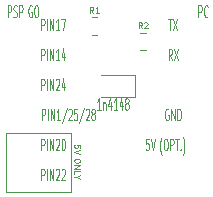
<source format=gbr>
%TF.GenerationSoftware,KiCad,Pcbnew,(7.0.0)*%
%TF.CreationDate,2023-08-25T15:33:25+02:00*%
%TF.ProjectId,PSP GO JIG_0805_Nano,50535020-474f-4204-9a49-475f30383035,rev?*%
%TF.SameCoordinates,Original*%
%TF.FileFunction,Legend,Top*%
%TF.FilePolarity,Positive*%
%FSLAX46Y46*%
G04 Gerber Fmt 4.6, Leading zero omitted, Abs format (unit mm)*
G04 Created by KiCad (PCBNEW (7.0.0)) date 2023-08-25 15:33:25*
%MOMM*%
%LPD*%
G01*
G04 APERTURE LIST*
%ADD10C,0.125000*%
%ADD11C,0.100000*%
%ADD12C,0.120000*%
G04 APERTURE END LIST*
D10*
X62573810Y-41007380D02*
X62573810Y-40007380D01*
X62573810Y-40007380D02*
X62764286Y-40007380D01*
X62764286Y-40007380D02*
X62811905Y-40055000D01*
X62811905Y-40055000D02*
X62835715Y-40102619D01*
X62835715Y-40102619D02*
X62859524Y-40197857D01*
X62859524Y-40197857D02*
X62859524Y-40340714D01*
X62859524Y-40340714D02*
X62835715Y-40435952D01*
X62835715Y-40435952D02*
X62811905Y-40483571D01*
X62811905Y-40483571D02*
X62764286Y-40531190D01*
X62764286Y-40531190D02*
X62573810Y-40531190D01*
X63073810Y-41007380D02*
X63073810Y-40007380D01*
X63311905Y-41007380D02*
X63311905Y-40007380D01*
X63311905Y-40007380D02*
X63597619Y-41007380D01*
X63597619Y-41007380D02*
X63597619Y-40007380D01*
X64097620Y-41007380D02*
X63811906Y-41007380D01*
X63954763Y-41007380D02*
X63954763Y-40007380D01*
X63954763Y-40007380D02*
X63907144Y-40150238D01*
X63907144Y-40150238D02*
X63859525Y-40245476D01*
X63859525Y-40245476D02*
X63811906Y-40293095D01*
X64669048Y-39959761D02*
X64240477Y-41245476D01*
X64811906Y-40102619D02*
X64835715Y-40055000D01*
X64835715Y-40055000D02*
X64883334Y-40007380D01*
X64883334Y-40007380D02*
X65002382Y-40007380D01*
X65002382Y-40007380D02*
X65050001Y-40055000D01*
X65050001Y-40055000D02*
X65073810Y-40102619D01*
X65073810Y-40102619D02*
X65097620Y-40197857D01*
X65097620Y-40197857D02*
X65097620Y-40293095D01*
X65097620Y-40293095D02*
X65073810Y-40435952D01*
X65073810Y-40435952D02*
X64788096Y-41007380D01*
X64788096Y-41007380D02*
X65097620Y-41007380D01*
X65550000Y-40007380D02*
X65311905Y-40007380D01*
X65311905Y-40007380D02*
X65288096Y-40483571D01*
X65288096Y-40483571D02*
X65311905Y-40435952D01*
X65311905Y-40435952D02*
X65359524Y-40388333D01*
X65359524Y-40388333D02*
X65478572Y-40388333D01*
X65478572Y-40388333D02*
X65526191Y-40435952D01*
X65526191Y-40435952D02*
X65550000Y-40483571D01*
X65550000Y-40483571D02*
X65573810Y-40578809D01*
X65573810Y-40578809D02*
X65573810Y-40816904D01*
X65573810Y-40816904D02*
X65550000Y-40912142D01*
X65550000Y-40912142D02*
X65526191Y-40959761D01*
X65526191Y-40959761D02*
X65478572Y-41007380D01*
X65478572Y-41007380D02*
X65359524Y-41007380D01*
X65359524Y-41007380D02*
X65311905Y-40959761D01*
X65311905Y-40959761D02*
X65288096Y-40912142D01*
X66145238Y-39959761D02*
X65716667Y-41245476D01*
X66288096Y-40102619D02*
X66311905Y-40055000D01*
X66311905Y-40055000D02*
X66359524Y-40007380D01*
X66359524Y-40007380D02*
X66478572Y-40007380D01*
X66478572Y-40007380D02*
X66526191Y-40055000D01*
X66526191Y-40055000D02*
X66550000Y-40102619D01*
X66550000Y-40102619D02*
X66573810Y-40197857D01*
X66573810Y-40197857D02*
X66573810Y-40293095D01*
X66573810Y-40293095D02*
X66550000Y-40435952D01*
X66550000Y-40435952D02*
X66264286Y-41007380D01*
X66264286Y-41007380D02*
X66573810Y-41007380D01*
X66859524Y-40435952D02*
X66811905Y-40388333D01*
X66811905Y-40388333D02*
X66788095Y-40340714D01*
X66788095Y-40340714D02*
X66764286Y-40245476D01*
X66764286Y-40245476D02*
X66764286Y-40197857D01*
X66764286Y-40197857D02*
X66788095Y-40102619D01*
X66788095Y-40102619D02*
X66811905Y-40055000D01*
X66811905Y-40055000D02*
X66859524Y-40007380D01*
X66859524Y-40007380D02*
X66954762Y-40007380D01*
X66954762Y-40007380D02*
X67002381Y-40055000D01*
X67002381Y-40055000D02*
X67026190Y-40102619D01*
X67026190Y-40102619D02*
X67050000Y-40197857D01*
X67050000Y-40197857D02*
X67050000Y-40245476D01*
X67050000Y-40245476D02*
X67026190Y-40340714D01*
X67026190Y-40340714D02*
X67002381Y-40388333D01*
X67002381Y-40388333D02*
X66954762Y-40435952D01*
X66954762Y-40435952D02*
X66859524Y-40435952D01*
X66859524Y-40435952D02*
X66811905Y-40483571D01*
X66811905Y-40483571D02*
X66788095Y-40531190D01*
X66788095Y-40531190D02*
X66764286Y-40626428D01*
X66764286Y-40626428D02*
X66764286Y-40816904D01*
X66764286Y-40816904D02*
X66788095Y-40912142D01*
X66788095Y-40912142D02*
X66811905Y-40959761D01*
X66811905Y-40959761D02*
X66859524Y-41007380D01*
X66859524Y-41007380D02*
X66954762Y-41007380D01*
X66954762Y-41007380D02*
X67002381Y-40959761D01*
X67002381Y-40959761D02*
X67026190Y-40912142D01*
X67026190Y-40912142D02*
X67050000Y-40816904D01*
X67050000Y-40816904D02*
X67050000Y-40626428D01*
X67050000Y-40626428D02*
X67026190Y-40531190D01*
X67026190Y-40531190D02*
X67002381Y-40483571D01*
X67002381Y-40483571D02*
X66954762Y-40435952D01*
D11*
X59500000Y-42040000D02*
X65000000Y-42040000D01*
X65000000Y-42040000D02*
X65000000Y-47040000D01*
X65000000Y-47040000D02*
X59500000Y-47040000D01*
X59500000Y-47040000D02*
X59500000Y-42040000D01*
D10*
X65816309Y-43314285D02*
X65816309Y-43076190D01*
X65816309Y-43076190D02*
X65578214Y-43052381D01*
X65578214Y-43052381D02*
X65602023Y-43076190D01*
X65602023Y-43076190D02*
X65625833Y-43123809D01*
X65625833Y-43123809D02*
X65625833Y-43242857D01*
X65625833Y-43242857D02*
X65602023Y-43290476D01*
X65602023Y-43290476D02*
X65578214Y-43314285D01*
X65578214Y-43314285D02*
X65530595Y-43338095D01*
X65530595Y-43338095D02*
X65411547Y-43338095D01*
X65411547Y-43338095D02*
X65363928Y-43314285D01*
X65363928Y-43314285D02*
X65340119Y-43290476D01*
X65340119Y-43290476D02*
X65316309Y-43242857D01*
X65316309Y-43242857D02*
X65316309Y-43123809D01*
X65316309Y-43123809D02*
X65340119Y-43076190D01*
X65340119Y-43076190D02*
X65363928Y-43052381D01*
X65816309Y-43480952D02*
X65316309Y-43647618D01*
X65316309Y-43647618D02*
X65816309Y-43814285D01*
X65816309Y-44376189D02*
X65816309Y-44471427D01*
X65816309Y-44471427D02*
X65792500Y-44519046D01*
X65792500Y-44519046D02*
X65744880Y-44566665D01*
X65744880Y-44566665D02*
X65649642Y-44590475D01*
X65649642Y-44590475D02*
X65482976Y-44590475D01*
X65482976Y-44590475D02*
X65387738Y-44566665D01*
X65387738Y-44566665D02*
X65340119Y-44519046D01*
X65340119Y-44519046D02*
X65316309Y-44471427D01*
X65316309Y-44471427D02*
X65316309Y-44376189D01*
X65316309Y-44376189D02*
X65340119Y-44328570D01*
X65340119Y-44328570D02*
X65387738Y-44280951D01*
X65387738Y-44280951D02*
X65482976Y-44257142D01*
X65482976Y-44257142D02*
X65649642Y-44257142D01*
X65649642Y-44257142D02*
X65744880Y-44280951D01*
X65744880Y-44280951D02*
X65792500Y-44328570D01*
X65792500Y-44328570D02*
X65816309Y-44376189D01*
X65316309Y-44804761D02*
X65816309Y-44804761D01*
X65816309Y-44804761D02*
X65316309Y-45090475D01*
X65316309Y-45090475D02*
X65816309Y-45090475D01*
X65316309Y-45566666D02*
X65316309Y-45328571D01*
X65316309Y-45328571D02*
X65816309Y-45328571D01*
X65554404Y-45828571D02*
X65316309Y-45828571D01*
X65816309Y-45661905D02*
X65554404Y-45828571D01*
X65554404Y-45828571D02*
X65816309Y-45995238D01*
X73279048Y-32387380D02*
X73564762Y-32387380D01*
X73421905Y-33387380D02*
X73421905Y-32387380D01*
X73683809Y-32387380D02*
X74017142Y-33387380D01*
X74017142Y-32387380D02*
X73683809Y-33387380D01*
X75819047Y-32267380D02*
X75819047Y-31267380D01*
X75819047Y-31267380D02*
X76009523Y-31267380D01*
X76009523Y-31267380D02*
X76057142Y-31315000D01*
X76057142Y-31315000D02*
X76080952Y-31362619D01*
X76080952Y-31362619D02*
X76104761Y-31457857D01*
X76104761Y-31457857D02*
X76104761Y-31600714D01*
X76104761Y-31600714D02*
X76080952Y-31695952D01*
X76080952Y-31695952D02*
X76057142Y-31743571D01*
X76057142Y-31743571D02*
X76009523Y-31791190D01*
X76009523Y-31791190D02*
X75819047Y-31791190D01*
X76604761Y-32172142D02*
X76580952Y-32219761D01*
X76580952Y-32219761D02*
X76509523Y-32267380D01*
X76509523Y-32267380D02*
X76461904Y-32267380D01*
X76461904Y-32267380D02*
X76390476Y-32219761D01*
X76390476Y-32219761D02*
X76342857Y-32124523D01*
X76342857Y-32124523D02*
X76319047Y-32029285D01*
X76319047Y-32029285D02*
X76295238Y-31838809D01*
X76295238Y-31838809D02*
X76295238Y-31695952D01*
X76295238Y-31695952D02*
X76319047Y-31505476D01*
X76319047Y-31505476D02*
X76342857Y-31410238D01*
X76342857Y-31410238D02*
X76390476Y-31315000D01*
X76390476Y-31315000D02*
X76461904Y-31267380D01*
X76461904Y-31267380D02*
X76509523Y-31267380D01*
X76509523Y-31267380D02*
X76580952Y-31315000D01*
X76580952Y-31315000D02*
X76604761Y-31362619D01*
X62511905Y-35927380D02*
X62511905Y-34927380D01*
X62511905Y-34927380D02*
X62702381Y-34927380D01*
X62702381Y-34927380D02*
X62750000Y-34975000D01*
X62750000Y-34975000D02*
X62773810Y-35022619D01*
X62773810Y-35022619D02*
X62797619Y-35117857D01*
X62797619Y-35117857D02*
X62797619Y-35260714D01*
X62797619Y-35260714D02*
X62773810Y-35355952D01*
X62773810Y-35355952D02*
X62750000Y-35403571D01*
X62750000Y-35403571D02*
X62702381Y-35451190D01*
X62702381Y-35451190D02*
X62511905Y-35451190D01*
X63011905Y-35927380D02*
X63011905Y-34927380D01*
X63250000Y-35927380D02*
X63250000Y-34927380D01*
X63250000Y-34927380D02*
X63535714Y-35927380D01*
X63535714Y-35927380D02*
X63535714Y-34927380D01*
X64035715Y-35927380D02*
X63750001Y-35927380D01*
X63892858Y-35927380D02*
X63892858Y-34927380D01*
X63892858Y-34927380D02*
X63845239Y-35070238D01*
X63845239Y-35070238D02*
X63797620Y-35165476D01*
X63797620Y-35165476D02*
X63750001Y-35213095D01*
X64464286Y-35260714D02*
X64464286Y-35927380D01*
X64345238Y-34879761D02*
X64226191Y-35594047D01*
X64226191Y-35594047D02*
X64535714Y-35594047D01*
X59679047Y-32267380D02*
X59679047Y-31267380D01*
X59679047Y-31267380D02*
X59869523Y-31267380D01*
X59869523Y-31267380D02*
X59917142Y-31315000D01*
X59917142Y-31315000D02*
X59940952Y-31362619D01*
X59940952Y-31362619D02*
X59964761Y-31457857D01*
X59964761Y-31457857D02*
X59964761Y-31600714D01*
X59964761Y-31600714D02*
X59940952Y-31695952D01*
X59940952Y-31695952D02*
X59917142Y-31743571D01*
X59917142Y-31743571D02*
X59869523Y-31791190D01*
X59869523Y-31791190D02*
X59679047Y-31791190D01*
X60155238Y-32219761D02*
X60226666Y-32267380D01*
X60226666Y-32267380D02*
X60345714Y-32267380D01*
X60345714Y-32267380D02*
X60393333Y-32219761D01*
X60393333Y-32219761D02*
X60417142Y-32172142D01*
X60417142Y-32172142D02*
X60440952Y-32076904D01*
X60440952Y-32076904D02*
X60440952Y-31981666D01*
X60440952Y-31981666D02*
X60417142Y-31886428D01*
X60417142Y-31886428D02*
X60393333Y-31838809D01*
X60393333Y-31838809D02*
X60345714Y-31791190D01*
X60345714Y-31791190D02*
X60250476Y-31743571D01*
X60250476Y-31743571D02*
X60202857Y-31695952D01*
X60202857Y-31695952D02*
X60179047Y-31648333D01*
X60179047Y-31648333D02*
X60155238Y-31553095D01*
X60155238Y-31553095D02*
X60155238Y-31457857D01*
X60155238Y-31457857D02*
X60179047Y-31362619D01*
X60179047Y-31362619D02*
X60202857Y-31315000D01*
X60202857Y-31315000D02*
X60250476Y-31267380D01*
X60250476Y-31267380D02*
X60369523Y-31267380D01*
X60369523Y-31267380D02*
X60440952Y-31315000D01*
X60655237Y-32267380D02*
X60655237Y-31267380D01*
X60655237Y-31267380D02*
X60845713Y-31267380D01*
X60845713Y-31267380D02*
X60893332Y-31315000D01*
X60893332Y-31315000D02*
X60917142Y-31362619D01*
X60917142Y-31362619D02*
X60940951Y-31457857D01*
X60940951Y-31457857D02*
X60940951Y-31600714D01*
X60940951Y-31600714D02*
X60917142Y-31695952D01*
X60917142Y-31695952D02*
X60893332Y-31743571D01*
X60893332Y-31743571D02*
X60845713Y-31791190D01*
X60845713Y-31791190D02*
X60655237Y-31791190D01*
X61717142Y-31315000D02*
X61669523Y-31267380D01*
X61669523Y-31267380D02*
X61598094Y-31267380D01*
X61598094Y-31267380D02*
X61526666Y-31315000D01*
X61526666Y-31315000D02*
X61479047Y-31410238D01*
X61479047Y-31410238D02*
X61455237Y-31505476D01*
X61455237Y-31505476D02*
X61431428Y-31695952D01*
X61431428Y-31695952D02*
X61431428Y-31838809D01*
X61431428Y-31838809D02*
X61455237Y-32029285D01*
X61455237Y-32029285D02*
X61479047Y-32124523D01*
X61479047Y-32124523D02*
X61526666Y-32219761D01*
X61526666Y-32219761D02*
X61598094Y-32267380D01*
X61598094Y-32267380D02*
X61645713Y-32267380D01*
X61645713Y-32267380D02*
X61717142Y-32219761D01*
X61717142Y-32219761D02*
X61740951Y-32172142D01*
X61740951Y-32172142D02*
X61740951Y-31838809D01*
X61740951Y-31838809D02*
X61645713Y-31838809D01*
X62050475Y-31267380D02*
X62145713Y-31267380D01*
X62145713Y-31267380D02*
X62193332Y-31315000D01*
X62193332Y-31315000D02*
X62240951Y-31410238D01*
X62240951Y-31410238D02*
X62264761Y-31600714D01*
X62264761Y-31600714D02*
X62264761Y-31934047D01*
X62264761Y-31934047D02*
X62240951Y-32124523D01*
X62240951Y-32124523D02*
X62193332Y-32219761D01*
X62193332Y-32219761D02*
X62145713Y-32267380D01*
X62145713Y-32267380D02*
X62050475Y-32267380D01*
X62050475Y-32267380D02*
X62002856Y-32219761D01*
X62002856Y-32219761D02*
X61955237Y-32124523D01*
X61955237Y-32124523D02*
X61931428Y-31934047D01*
X61931428Y-31934047D02*
X61931428Y-31600714D01*
X61931428Y-31600714D02*
X61955237Y-31410238D01*
X61955237Y-31410238D02*
X62002856Y-31315000D01*
X62002856Y-31315000D02*
X62050475Y-31267380D01*
X71600000Y-42547380D02*
X71361905Y-42547380D01*
X71361905Y-42547380D02*
X71338096Y-43023571D01*
X71338096Y-43023571D02*
X71361905Y-42975952D01*
X71361905Y-42975952D02*
X71409524Y-42928333D01*
X71409524Y-42928333D02*
X71528572Y-42928333D01*
X71528572Y-42928333D02*
X71576191Y-42975952D01*
X71576191Y-42975952D02*
X71600000Y-43023571D01*
X71600000Y-43023571D02*
X71623810Y-43118809D01*
X71623810Y-43118809D02*
X71623810Y-43356904D01*
X71623810Y-43356904D02*
X71600000Y-43452142D01*
X71600000Y-43452142D02*
X71576191Y-43499761D01*
X71576191Y-43499761D02*
X71528572Y-43547380D01*
X71528572Y-43547380D02*
X71409524Y-43547380D01*
X71409524Y-43547380D02*
X71361905Y-43499761D01*
X71361905Y-43499761D02*
X71338096Y-43452142D01*
X71766667Y-42547380D02*
X71933333Y-43547380D01*
X71933333Y-43547380D02*
X72100000Y-42547380D01*
X72709523Y-43928333D02*
X72685714Y-43880714D01*
X72685714Y-43880714D02*
X72638095Y-43737857D01*
X72638095Y-43737857D02*
X72614285Y-43642619D01*
X72614285Y-43642619D02*
X72590476Y-43499761D01*
X72590476Y-43499761D02*
X72566666Y-43261666D01*
X72566666Y-43261666D02*
X72566666Y-43071190D01*
X72566666Y-43071190D02*
X72590476Y-42833095D01*
X72590476Y-42833095D02*
X72614285Y-42690238D01*
X72614285Y-42690238D02*
X72638095Y-42595000D01*
X72638095Y-42595000D02*
X72685714Y-42452142D01*
X72685714Y-42452142D02*
X72709523Y-42404523D01*
X72995237Y-42547380D02*
X73090475Y-42547380D01*
X73090475Y-42547380D02*
X73138094Y-42595000D01*
X73138094Y-42595000D02*
X73185713Y-42690238D01*
X73185713Y-42690238D02*
X73209523Y-42880714D01*
X73209523Y-42880714D02*
X73209523Y-43214047D01*
X73209523Y-43214047D02*
X73185713Y-43404523D01*
X73185713Y-43404523D02*
X73138094Y-43499761D01*
X73138094Y-43499761D02*
X73090475Y-43547380D01*
X73090475Y-43547380D02*
X72995237Y-43547380D01*
X72995237Y-43547380D02*
X72947618Y-43499761D01*
X72947618Y-43499761D02*
X72899999Y-43404523D01*
X72899999Y-43404523D02*
X72876190Y-43214047D01*
X72876190Y-43214047D02*
X72876190Y-42880714D01*
X72876190Y-42880714D02*
X72899999Y-42690238D01*
X72899999Y-42690238D02*
X72947618Y-42595000D01*
X72947618Y-42595000D02*
X72995237Y-42547380D01*
X73423809Y-43547380D02*
X73423809Y-42547380D01*
X73423809Y-42547380D02*
X73614285Y-42547380D01*
X73614285Y-42547380D02*
X73661904Y-42595000D01*
X73661904Y-42595000D02*
X73685714Y-42642619D01*
X73685714Y-42642619D02*
X73709523Y-42737857D01*
X73709523Y-42737857D02*
X73709523Y-42880714D01*
X73709523Y-42880714D02*
X73685714Y-42975952D01*
X73685714Y-42975952D02*
X73661904Y-43023571D01*
X73661904Y-43023571D02*
X73614285Y-43071190D01*
X73614285Y-43071190D02*
X73423809Y-43071190D01*
X73852381Y-42547380D02*
X74138095Y-42547380D01*
X73995238Y-43547380D02*
X73995238Y-42547380D01*
X74304761Y-43452142D02*
X74328571Y-43499761D01*
X74328571Y-43499761D02*
X74304761Y-43547380D01*
X74304761Y-43547380D02*
X74280952Y-43499761D01*
X74280952Y-43499761D02*
X74304761Y-43452142D01*
X74304761Y-43452142D02*
X74304761Y-43547380D01*
X74495237Y-43928333D02*
X74519047Y-43880714D01*
X74519047Y-43880714D02*
X74566666Y-43737857D01*
X74566666Y-43737857D02*
X74590475Y-43642619D01*
X74590475Y-43642619D02*
X74614285Y-43499761D01*
X74614285Y-43499761D02*
X74638094Y-43261666D01*
X74638094Y-43261666D02*
X74638094Y-43071190D01*
X74638094Y-43071190D02*
X74614285Y-42833095D01*
X74614285Y-42833095D02*
X74590475Y-42690238D01*
X74590475Y-42690238D02*
X74566666Y-42595000D01*
X74566666Y-42595000D02*
X74519047Y-42452142D01*
X74519047Y-42452142D02*
X74495237Y-42404523D01*
X73576666Y-35927380D02*
X73410000Y-35451190D01*
X73290952Y-35927380D02*
X73290952Y-34927380D01*
X73290952Y-34927380D02*
X73481428Y-34927380D01*
X73481428Y-34927380D02*
X73529047Y-34975000D01*
X73529047Y-34975000D02*
X73552857Y-35022619D01*
X73552857Y-35022619D02*
X73576666Y-35117857D01*
X73576666Y-35117857D02*
X73576666Y-35260714D01*
X73576666Y-35260714D02*
X73552857Y-35355952D01*
X73552857Y-35355952D02*
X73529047Y-35403571D01*
X73529047Y-35403571D02*
X73481428Y-35451190D01*
X73481428Y-35451190D02*
X73290952Y-35451190D01*
X73743333Y-34927380D02*
X74076666Y-35927380D01*
X74076666Y-34927380D02*
X73743333Y-35927380D01*
X71036666Y-33203690D02*
X70870000Y-32965595D01*
X70750952Y-33203690D02*
X70750952Y-32703690D01*
X70750952Y-32703690D02*
X70941428Y-32703690D01*
X70941428Y-32703690D02*
X70989047Y-32727500D01*
X70989047Y-32727500D02*
X71012857Y-32751309D01*
X71012857Y-32751309D02*
X71036666Y-32798928D01*
X71036666Y-32798928D02*
X71036666Y-32870357D01*
X71036666Y-32870357D02*
X71012857Y-32917976D01*
X71012857Y-32917976D02*
X70989047Y-32941785D01*
X70989047Y-32941785D02*
X70941428Y-32965595D01*
X70941428Y-32965595D02*
X70750952Y-32965595D01*
X71227143Y-32751309D02*
X71250952Y-32727500D01*
X71250952Y-32727500D02*
X71298571Y-32703690D01*
X71298571Y-32703690D02*
X71417619Y-32703690D01*
X71417619Y-32703690D02*
X71465238Y-32727500D01*
X71465238Y-32727500D02*
X71489047Y-32751309D01*
X71489047Y-32751309D02*
X71512857Y-32798928D01*
X71512857Y-32798928D02*
X71512857Y-32846547D01*
X71512857Y-32846547D02*
X71489047Y-32917976D01*
X71489047Y-32917976D02*
X71203333Y-33203690D01*
X71203333Y-33203690D02*
X71512857Y-33203690D01*
X62511905Y-33387380D02*
X62511905Y-32387380D01*
X62511905Y-32387380D02*
X62702381Y-32387380D01*
X62702381Y-32387380D02*
X62750000Y-32435000D01*
X62750000Y-32435000D02*
X62773810Y-32482619D01*
X62773810Y-32482619D02*
X62797619Y-32577857D01*
X62797619Y-32577857D02*
X62797619Y-32720714D01*
X62797619Y-32720714D02*
X62773810Y-32815952D01*
X62773810Y-32815952D02*
X62750000Y-32863571D01*
X62750000Y-32863571D02*
X62702381Y-32911190D01*
X62702381Y-32911190D02*
X62511905Y-32911190D01*
X63011905Y-33387380D02*
X63011905Y-32387380D01*
X63250000Y-33387380D02*
X63250000Y-32387380D01*
X63250000Y-32387380D02*
X63535714Y-33387380D01*
X63535714Y-33387380D02*
X63535714Y-32387380D01*
X64035715Y-33387380D02*
X63750001Y-33387380D01*
X63892858Y-33387380D02*
X63892858Y-32387380D01*
X63892858Y-32387380D02*
X63845239Y-32530238D01*
X63845239Y-32530238D02*
X63797620Y-32625476D01*
X63797620Y-32625476D02*
X63750001Y-32673095D01*
X64202381Y-32387380D02*
X64535714Y-32387380D01*
X64535714Y-32387380D02*
X64321429Y-33387380D01*
X73279047Y-40055000D02*
X73231428Y-40007380D01*
X73231428Y-40007380D02*
X73159999Y-40007380D01*
X73159999Y-40007380D02*
X73088571Y-40055000D01*
X73088571Y-40055000D02*
X73040952Y-40150238D01*
X73040952Y-40150238D02*
X73017142Y-40245476D01*
X73017142Y-40245476D02*
X72993333Y-40435952D01*
X72993333Y-40435952D02*
X72993333Y-40578809D01*
X72993333Y-40578809D02*
X73017142Y-40769285D01*
X73017142Y-40769285D02*
X73040952Y-40864523D01*
X73040952Y-40864523D02*
X73088571Y-40959761D01*
X73088571Y-40959761D02*
X73159999Y-41007380D01*
X73159999Y-41007380D02*
X73207618Y-41007380D01*
X73207618Y-41007380D02*
X73279047Y-40959761D01*
X73279047Y-40959761D02*
X73302856Y-40912142D01*
X73302856Y-40912142D02*
X73302856Y-40578809D01*
X73302856Y-40578809D02*
X73207618Y-40578809D01*
X73517142Y-41007380D02*
X73517142Y-40007380D01*
X73517142Y-40007380D02*
X73802856Y-41007380D01*
X73802856Y-41007380D02*
X73802856Y-40007380D01*
X74040952Y-41007380D02*
X74040952Y-40007380D01*
X74040952Y-40007380D02*
X74160000Y-40007380D01*
X74160000Y-40007380D02*
X74231428Y-40055000D01*
X74231428Y-40055000D02*
X74279047Y-40150238D01*
X74279047Y-40150238D02*
X74302857Y-40245476D01*
X74302857Y-40245476D02*
X74326666Y-40435952D01*
X74326666Y-40435952D02*
X74326666Y-40578809D01*
X74326666Y-40578809D02*
X74302857Y-40769285D01*
X74302857Y-40769285D02*
X74279047Y-40864523D01*
X74279047Y-40864523D02*
X74231428Y-40959761D01*
X74231428Y-40959761D02*
X74160000Y-41007380D01*
X74160000Y-41007380D02*
X74040952Y-41007380D01*
X66916666Y-31883690D02*
X66750000Y-31645595D01*
X66630952Y-31883690D02*
X66630952Y-31383690D01*
X66630952Y-31383690D02*
X66821428Y-31383690D01*
X66821428Y-31383690D02*
X66869047Y-31407500D01*
X66869047Y-31407500D02*
X66892857Y-31431309D01*
X66892857Y-31431309D02*
X66916666Y-31478928D01*
X66916666Y-31478928D02*
X66916666Y-31550357D01*
X66916666Y-31550357D02*
X66892857Y-31597976D01*
X66892857Y-31597976D02*
X66869047Y-31621785D01*
X66869047Y-31621785D02*
X66821428Y-31645595D01*
X66821428Y-31645595D02*
X66630952Y-31645595D01*
X67392857Y-31883690D02*
X67107143Y-31883690D01*
X67250000Y-31883690D02*
X67250000Y-31383690D01*
X67250000Y-31383690D02*
X67202381Y-31455119D01*
X67202381Y-31455119D02*
X67154762Y-31502738D01*
X67154762Y-31502738D02*
X67107143Y-31526547D01*
X62511905Y-38467380D02*
X62511905Y-37467380D01*
X62511905Y-37467380D02*
X62702381Y-37467380D01*
X62702381Y-37467380D02*
X62750000Y-37515000D01*
X62750000Y-37515000D02*
X62773810Y-37562619D01*
X62773810Y-37562619D02*
X62797619Y-37657857D01*
X62797619Y-37657857D02*
X62797619Y-37800714D01*
X62797619Y-37800714D02*
X62773810Y-37895952D01*
X62773810Y-37895952D02*
X62750000Y-37943571D01*
X62750000Y-37943571D02*
X62702381Y-37991190D01*
X62702381Y-37991190D02*
X62511905Y-37991190D01*
X63011905Y-38467380D02*
X63011905Y-37467380D01*
X63250000Y-38467380D02*
X63250000Y-37467380D01*
X63250000Y-37467380D02*
X63535714Y-38467380D01*
X63535714Y-38467380D02*
X63535714Y-37467380D01*
X63750001Y-37562619D02*
X63773810Y-37515000D01*
X63773810Y-37515000D02*
X63821429Y-37467380D01*
X63821429Y-37467380D02*
X63940477Y-37467380D01*
X63940477Y-37467380D02*
X63988096Y-37515000D01*
X63988096Y-37515000D02*
X64011905Y-37562619D01*
X64011905Y-37562619D02*
X64035715Y-37657857D01*
X64035715Y-37657857D02*
X64035715Y-37753095D01*
X64035715Y-37753095D02*
X64011905Y-37895952D01*
X64011905Y-37895952D02*
X63726191Y-38467380D01*
X63726191Y-38467380D02*
X64035715Y-38467380D01*
X64464286Y-37800714D02*
X64464286Y-38467380D01*
X64345238Y-37419761D02*
X64226191Y-38134047D01*
X64226191Y-38134047D02*
X64535714Y-38134047D01*
X62511905Y-46087380D02*
X62511905Y-45087380D01*
X62511905Y-45087380D02*
X62702381Y-45087380D01*
X62702381Y-45087380D02*
X62750000Y-45135000D01*
X62750000Y-45135000D02*
X62773810Y-45182619D01*
X62773810Y-45182619D02*
X62797619Y-45277857D01*
X62797619Y-45277857D02*
X62797619Y-45420714D01*
X62797619Y-45420714D02*
X62773810Y-45515952D01*
X62773810Y-45515952D02*
X62750000Y-45563571D01*
X62750000Y-45563571D02*
X62702381Y-45611190D01*
X62702381Y-45611190D02*
X62511905Y-45611190D01*
X63011905Y-46087380D02*
X63011905Y-45087380D01*
X63250000Y-46087380D02*
X63250000Y-45087380D01*
X63250000Y-45087380D02*
X63535714Y-46087380D01*
X63535714Y-46087380D02*
X63535714Y-45087380D01*
X63750001Y-45182619D02*
X63773810Y-45135000D01*
X63773810Y-45135000D02*
X63821429Y-45087380D01*
X63821429Y-45087380D02*
X63940477Y-45087380D01*
X63940477Y-45087380D02*
X63988096Y-45135000D01*
X63988096Y-45135000D02*
X64011905Y-45182619D01*
X64011905Y-45182619D02*
X64035715Y-45277857D01*
X64035715Y-45277857D02*
X64035715Y-45373095D01*
X64035715Y-45373095D02*
X64011905Y-45515952D01*
X64011905Y-45515952D02*
X63726191Y-46087380D01*
X63726191Y-46087380D02*
X64035715Y-46087380D01*
X64226191Y-45182619D02*
X64250000Y-45135000D01*
X64250000Y-45135000D02*
X64297619Y-45087380D01*
X64297619Y-45087380D02*
X64416667Y-45087380D01*
X64416667Y-45087380D02*
X64464286Y-45135000D01*
X64464286Y-45135000D02*
X64488095Y-45182619D01*
X64488095Y-45182619D02*
X64511905Y-45277857D01*
X64511905Y-45277857D02*
X64511905Y-45373095D01*
X64511905Y-45373095D02*
X64488095Y-45515952D01*
X64488095Y-45515952D02*
X64202381Y-46087380D01*
X64202381Y-46087380D02*
X64511905Y-46087380D01*
X62511905Y-43547380D02*
X62511905Y-42547380D01*
X62511905Y-42547380D02*
X62702381Y-42547380D01*
X62702381Y-42547380D02*
X62750000Y-42595000D01*
X62750000Y-42595000D02*
X62773810Y-42642619D01*
X62773810Y-42642619D02*
X62797619Y-42737857D01*
X62797619Y-42737857D02*
X62797619Y-42880714D01*
X62797619Y-42880714D02*
X62773810Y-42975952D01*
X62773810Y-42975952D02*
X62750000Y-43023571D01*
X62750000Y-43023571D02*
X62702381Y-43071190D01*
X62702381Y-43071190D02*
X62511905Y-43071190D01*
X63011905Y-43547380D02*
X63011905Y-42547380D01*
X63250000Y-43547380D02*
X63250000Y-42547380D01*
X63250000Y-42547380D02*
X63535714Y-43547380D01*
X63535714Y-43547380D02*
X63535714Y-42547380D01*
X63750001Y-42642619D02*
X63773810Y-42595000D01*
X63773810Y-42595000D02*
X63821429Y-42547380D01*
X63821429Y-42547380D02*
X63940477Y-42547380D01*
X63940477Y-42547380D02*
X63988096Y-42595000D01*
X63988096Y-42595000D02*
X64011905Y-42642619D01*
X64011905Y-42642619D02*
X64035715Y-42737857D01*
X64035715Y-42737857D02*
X64035715Y-42833095D01*
X64035715Y-42833095D02*
X64011905Y-42975952D01*
X64011905Y-42975952D02*
X63726191Y-43547380D01*
X63726191Y-43547380D02*
X64035715Y-43547380D01*
X64345238Y-42547380D02*
X64392857Y-42547380D01*
X64392857Y-42547380D02*
X64440476Y-42595000D01*
X64440476Y-42595000D02*
X64464286Y-42642619D01*
X64464286Y-42642619D02*
X64488095Y-42737857D01*
X64488095Y-42737857D02*
X64511905Y-42928333D01*
X64511905Y-42928333D02*
X64511905Y-43166428D01*
X64511905Y-43166428D02*
X64488095Y-43356904D01*
X64488095Y-43356904D02*
X64464286Y-43452142D01*
X64464286Y-43452142D02*
X64440476Y-43499761D01*
X64440476Y-43499761D02*
X64392857Y-43547380D01*
X64392857Y-43547380D02*
X64345238Y-43547380D01*
X64345238Y-43547380D02*
X64297619Y-43499761D01*
X64297619Y-43499761D02*
X64273810Y-43452142D01*
X64273810Y-43452142D02*
X64250000Y-43356904D01*
X64250000Y-43356904D02*
X64226191Y-43166428D01*
X64226191Y-43166428D02*
X64226191Y-42928333D01*
X64226191Y-42928333D02*
X64250000Y-42737857D01*
X64250000Y-42737857D02*
X64273810Y-42642619D01*
X64273810Y-42642619D02*
X64297619Y-42595000D01*
X64297619Y-42595000D02*
X64345238Y-42547380D01*
%TO.C,1n4148*%
X67544287Y-40117380D02*
X67258573Y-40117380D01*
X67401430Y-40117380D02*
X67401430Y-39117380D01*
X67401430Y-39117380D02*
X67353811Y-39260238D01*
X67353811Y-39260238D02*
X67306192Y-39355476D01*
X67306192Y-39355476D02*
X67258573Y-39403095D01*
X67758572Y-39450714D02*
X67758572Y-40117380D01*
X67758572Y-39545952D02*
X67782382Y-39498333D01*
X67782382Y-39498333D02*
X67830001Y-39450714D01*
X67830001Y-39450714D02*
X67901429Y-39450714D01*
X67901429Y-39450714D02*
X67949048Y-39498333D01*
X67949048Y-39498333D02*
X67972858Y-39593571D01*
X67972858Y-39593571D02*
X67972858Y-40117380D01*
X68425239Y-39450714D02*
X68425239Y-40117380D01*
X68306191Y-39069761D02*
X68187144Y-39784047D01*
X68187144Y-39784047D02*
X68496667Y-39784047D01*
X68949048Y-40117380D02*
X68663334Y-40117380D01*
X68806191Y-40117380D02*
X68806191Y-39117380D01*
X68806191Y-39117380D02*
X68758572Y-39260238D01*
X68758572Y-39260238D02*
X68710953Y-39355476D01*
X68710953Y-39355476D02*
X68663334Y-39403095D01*
X69377619Y-39450714D02*
X69377619Y-40117380D01*
X69258571Y-39069761D02*
X69139524Y-39784047D01*
X69139524Y-39784047D02*
X69449047Y-39784047D01*
X69710952Y-39545952D02*
X69663333Y-39498333D01*
X69663333Y-39498333D02*
X69639523Y-39450714D01*
X69639523Y-39450714D02*
X69615714Y-39355476D01*
X69615714Y-39355476D02*
X69615714Y-39307857D01*
X69615714Y-39307857D02*
X69639523Y-39212619D01*
X69639523Y-39212619D02*
X69663333Y-39165000D01*
X69663333Y-39165000D02*
X69710952Y-39117380D01*
X69710952Y-39117380D02*
X69806190Y-39117380D01*
X69806190Y-39117380D02*
X69853809Y-39165000D01*
X69853809Y-39165000D02*
X69877618Y-39212619D01*
X69877618Y-39212619D02*
X69901428Y-39307857D01*
X69901428Y-39307857D02*
X69901428Y-39355476D01*
X69901428Y-39355476D02*
X69877618Y-39450714D01*
X69877618Y-39450714D02*
X69853809Y-39498333D01*
X69853809Y-39498333D02*
X69806190Y-39545952D01*
X69806190Y-39545952D02*
X69710952Y-39545952D01*
X69710952Y-39545952D02*
X69663333Y-39593571D01*
X69663333Y-39593571D02*
X69639523Y-39641190D01*
X69639523Y-39641190D02*
X69615714Y-39736428D01*
X69615714Y-39736428D02*
X69615714Y-39926904D01*
X69615714Y-39926904D02*
X69639523Y-40022142D01*
X69639523Y-40022142D02*
X69663333Y-40069761D01*
X69663333Y-40069761D02*
X69710952Y-40117380D01*
X69710952Y-40117380D02*
X69806190Y-40117380D01*
X69806190Y-40117380D02*
X69853809Y-40069761D01*
X69853809Y-40069761D02*
X69877618Y-40022142D01*
X69877618Y-40022142D02*
X69901428Y-39926904D01*
X69901428Y-39926904D02*
X69901428Y-39736428D01*
X69901428Y-39736428D02*
X69877618Y-39641190D01*
X69877618Y-39641190D02*
X69853809Y-39593571D01*
X69853809Y-39593571D02*
X69806190Y-39545952D01*
D12*
%TO.C,REF\u002A\u002A*%
X70892936Y-33565000D02*
X71347064Y-33565000D01*
X70892936Y-35035000D02*
X71347064Y-35035000D01*
X66772936Y-32285000D02*
X67227064Y-32285000D01*
X66772936Y-33755000D02*
X67227064Y-33755000D01*
%TO.C,1n4148*%
X67580000Y-39060000D02*
X70440000Y-39060000D01*
X70440000Y-37140000D02*
X67580000Y-37140000D01*
X70440000Y-39060000D02*
X70440000Y-37140000D01*
%TD*%
M02*

</source>
